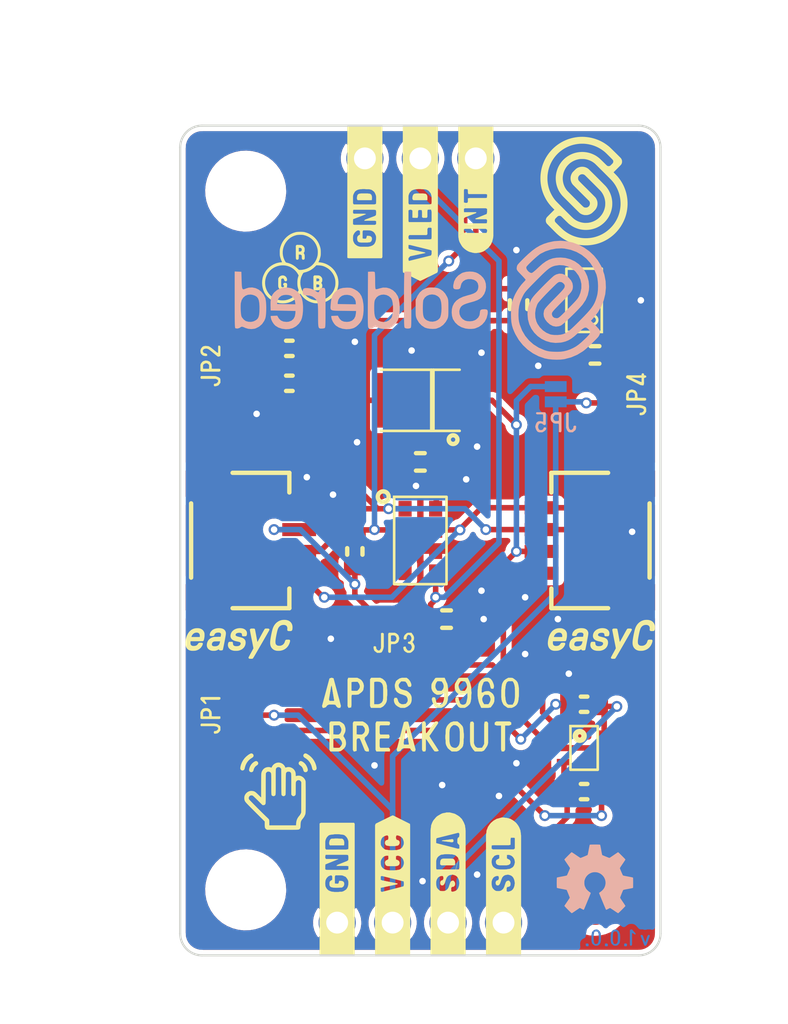
<source format=kicad_pcb>
(kicad_pcb (version 20210623) (generator pcbnew)
  (layers (0 "F.Cu" signal) (31 "B.Cu" signal) (34 "B.Paste" user) (35 "F.Paste" user) (36 "B.SilkS" user "B.Silkscreen") (37 "F.SilkS" user "F.Silkscreen") (38 "B.Mask" user) (39 "F.Mask" user) (44 "Edge.Cuts" user))
  (net 0 "")
  (net 1 "GND")
  (net 2 "3V3")
  (net 3 "V_LED")
  (net 4 "Net-(C4-Pad2)")
  (net 5 "SCL_PULL5")
  (net 6 "5V")
  (net 7 "SDA_PULL5")
  (net 8 "SCL_PULL3,3")
  (net 9 "SDA_PULL3,3")
  (net 10 "SCL3,3")
  (net 11 "SDA3,3")
  (net 12 "SDA5")
  (net 13 "SCL5")
  (net 14 "INT")
  (net 16 "Net-(U1-Pad3)")
  (footprint "Soldered Graphics:Logo-Front-easyC-5mm" (layer "F.Cu") (at 119.3 115.5)
    (fp_text reference "G***" hide)
    (fp_text value "LOGO" hide)
  )
  (footprint "e-radionica.com footprinti:HOLE_3.2mm" (layer "F.Cu") (at 103 127)
    (fp_text reference "H2" hide)
    (fp_text value "HOLE_3.2mm" hide)
    (pad "" np_thru_hole circle locked (at 0 0) (size 3.2 3.2) (drill 3.2) (layers F&B.Cu *.Mask))
  )
  (footprint "e-radionica.com footprinti:0603C" (layer "F.Cu") (at 112.2 114.6 180)
    (fp_text reference "C3")
    (fp_text value "1uF")
    (pad "1" smd rect locked (at -0.73 0 180) (size 0.66 1) (layers "F.Cu" "F.Paste" "F.Mask") (net 1 "GND"))
    (pad "2" smd rect locked (at 0.73 0 180) (size 0.66 1) (layers "F.Cu" "F.Paste" "F.Mask") (net 3 "V_LED"))
  )
  (footprint "e-radionica.com footprinti:SMD_JUMPER_3_PAD_TRACE" (layer "F.Cu") (at 102.5 103 90)
    (fp_text reference "JP2")
    (fp_text value "SMD_JUMPER_3_PAD_TRACE")
    (fp_poly (pts (xy 0.45 0.05) (xy 0.25 0.05) (xy 0.25 -0.05) (xy 0.45 -0.05)) (layer "F.Cu") (width 0.1) (fill solid))
    (fp_poly (pts (xy -0.25 0.05) (xy -0.45 0.05) (xy -0.45 -0.05) (xy -0.25 -0.05)) (layer "F.Cu") (width 0.1) (fill solid))
    (pad "1" smd rect (at -0.7 0 270) (size 0.5 1) (layers "F.Cu" "F.Mask") (net 8 "SCL_PULL3,3"))
    (pad "2" smd custom (at 0 0 270) (size 0.5 1) (layers "F.Cu" "F.Mask") (net 2 "3V3") (options (clearance outline) (anchor rect)) (primitives))
    (pad "3" smd rect (at 0.7 0 270) (size 0.5 1) (layers "F.Cu" "F.Mask") (net 9 "SDA_PULL3,3"))
  )
  (footprint "buzzardLabel" (layer "F.Cu") (at 109.8 115.7)
    (fp_text reference "" (at 0 0) (layer "F.SilkS") (effects (font (size 1.27 1.27))))
    (fp_text value "" (at 0 0) (layer "F.SilkS") (effects (font (size 1.27 1.27))))
  )
  (footprint "e-radionica.com footprinti:SMD_JUMPER_3_PAD_TRACE" (layer "F.Cu") (at 102.5 119 90)
    (fp_text reference "JP1")
    (fp_text value "SMD_JUMPER_3_PAD_TRACE")
    (fp_poly (pts (xy 0.45 0.05) (xy 0.25 0.05) (xy 0.25 -0.05) (xy 0.45 -0.05)) (layer "F.Cu") (width 0.1) (fill solid))
    (fp_poly (pts (xy -0.25 0.05) (xy -0.45 0.05) (xy -0.45 -0.05) (xy -0.25 -0.05)) (layer "F.Cu") (width 0.1) (fill solid))
    (pad "1" smd rect (at -0.7 0 270) (size 0.5 1) (layers "F.Cu" "F.Mask") (net 5 "SCL_PULL5"))
    (pad "2" smd custom (at 0 0 270) (size 0.5 1) (layers "F.Cu" "F.Mask") (net 6 "5V") (options (clearance outline) (anchor rect)) (primitives))
    (pad "3" smd rect (at 0.7 0 270) (size 0.5 1) (layers "F.Cu" "F.Mask") (net 7 "SDA_PULL5"))
  )
  (footprint "e-radionica.com footprinti:HEADER_MALE_4X1" (layer "F.Cu") (at 111 128.5)
    (fp_text reference "K2")
    (fp_text value "HEADER_MALE_4X1")
    (pad "1" thru_hole circle locked (at -3.81 0) (size 1.7 1.7) (drill 1) (layers *.Cu *.Mask) (net 1 "GND"))
    (pad "2" thru_hole circle locked (at -1.27 0) (size 1.7 1.7) (drill 1) (layers *.Cu *.Mask) (net 6 "5V"))
    (pad "3" thru_hole circle locked (at 1.27 0) (size 1.7 1.7) (drill 1) (layers *.Cu *.Mask) (net 12 "SDA5"))
    (pad "4" thru_hole circle locked (at 3.81 0) (size 1.7 1.7) (drill 1) (layers *.Cu *.Mask) (net 13 "SCL5"))
  )
  (footprint "e-radionica.com footprinti:FIDUCIAL_23" (layer "F.Cu") (at 119 127.5)
    (fp_text reference "FD1")
    (fp_text value "FIDUCIAL")
    (fp_circle (center 0 0) (end 1 0) (layer "F.Cu") (width 0.2) (fill none))
    (pad "1" smd circle (at 0 0) (size 1 1) (layers "F.Cu" "F.Paste" "F.Mask") (clearance 1.1))
  )
  (footprint "buzzardLabel" (layer "F.Cu") (at 108.46 91.6 90)
    (fp_text reference "" (at 0 0 90) (layer "F.SilkS") (effects (font (size 1.27 1.27))))
    (fp_text value "" (at 0 0 90) (layer "F.SilkS") (effects (font (size 1.27 1.27))))
  )
  (footprint "e-radionica.com footprinti:0603R" (layer "F.Cu") (at 118.5 118.5 180)
    (fp_text reference "R4")
    (fp_text value "10k")
    (pad "1" smd rect locked (at -0.775 0 270) (size 1 0.64) (layers "F.Cu" "F.Paste" "F.Mask") (net 12 "SDA5"))
    (pad "2" smd rect locked (at 0.775 0 270) (size 1 0.64) (layers "F.Cu" "F.Paste" "F.Mask") (net 7 "SDA_PULL5"))
  )
  (footprint "e-radionica.com footprinti:0603R" (layer "F.Cu") (at 105 102.2)
    (fp_text reference "R2")
    (fp_text value "10k")
    (pad "1" smd rect locked (at -0.775 0 90) (size 1 0.64) (layers "F.Cu" "F.Paste" "F.Mask") (net 9 "SDA_PULL3,3"))
    (pad "2" smd rect locked (at 0.775 0 90) (size 1 0.64) (layers "F.Cu" "F.Paste" "F.Mask") (net 11 "SDA3,3"))
  )
  (footprint "e-radionica.com footprinti:HEADER_MALE_3X1" (layer "F.Cu") (at 111 93.5)
    (fp_text reference "K4")
    (fp_text value "HEADER_MALE_3X1")
    (pad "1" thru_hole circle locked (at -2.54 0) (size 1.7 1.7) (drill 1) (layers *.Cu *.Mask) (net 1 "GND"))
    (pad "2" thru_hole circle locked (at 0 0) (size 1.7 1.7) (drill 1) (layers *.Cu *.Mask) (net 3 "V_LED"))
    (pad "3" thru_hole circle locked (at 2.54 0) (size 1.7 1.7) (drill 1) (layers *.Cu *.Mask) (net 14 "INT"))
  )
  (footprint "e-radionica.com footprinti:0603R" (layer "F.Cu") (at 118.5 122.5 180)
    (fp_text reference "R3")
    (fp_text value "10k")
    (pad "1" smd rect locked (at -0.775 0 270) (size 1 0.64) (layers "F.Cu" "F.Paste" "F.Mask") (net 5 "SCL_PULL5"))
    (pad "2" smd rect locked (at 0.775 0 270) (size 1 0.64) (layers "F.Cu" "F.Paste" "F.Mask") (net 13 "SCL5"))
  )
  (footprint "e-radionica.com footprinti:0603C" (layer "F.Cu") (at 111 107.4)
    (fp_text reference "C1")
    (fp_text value "1uF")
    (pad "1" smd rect locked (at -0.73 0) (size 0.66 1) (layers "F.Cu" "F.Paste" "F.Mask") (net 1 "GND"))
    (pad "2" smd rect locked (at 0.73 0) (size 0.66 1) (layers "F.Cu" "F.Paste" "F.Mask") (net 2 "3V3"))
  )
  (footprint "buzzardLabel" (layer "F.Cu") (at 109.73 130.4 90)
    (fp_text reference "" (at 0 0 90) (layer "F.SilkS") (effects (font (size 1.27 1.27))))
    (fp_text value "" (at 0 0 90) (layer "F.SilkS") (effects (font (size 1.27 1.27))))
  )
  (footprint "Soldered Graphics:Symbol-Front-RGB-sensor" (layer "F.Cu") (at 105.5 98.5)
    (fp_text reference "G***" hide)
    (fp_text value "LOGO" hide)
  )
  (footprint "buzzardLabel" (layer "F.Cu") (at 111 118)
    (fp_text reference "" (at 0 0) (layer "F.SilkS") (effects (font (size 1.27 1.27))))
    (fp_text value "" (at 0 0) (layer "F.SilkS") (effects (font (size 1.27 1.27))))
  )
  (footprint "e-radionica.com footprinti:easyC-connector" (layer "F.Cu") (at 118.7 111 -90)
    (fp_text reference "K3")
    (fp_text value "easyC-SMD")
    (pad "1" smd rect locked (at -1.5 2.15 270) (size 0.6 1.55) (layers "F.Cu" "F.Paste" "F.Mask") (net 10 "SCL3,3"))
    (pad "2" smd rect locked (at -0.5 2.15 270) (size 0.6 1.55) (layers "F.Cu" "F.Paste" "F.Mask") (net 11 "SDA3,3"))
    (pad "3" smd rect locked (at 0.5 2.15 270) (size 0.6 1.55) (layers "F.Cu" "F.Paste" "F.Mask") (net 2 "3V3"))
    (pad "4" smd rect locked (at 1.5 2.15 270) (size 0.6 1.55) (layers "F.Cu" "F.Paste" "F.Mask") (net 1 "GND"))
    (pad "5" smd rect locked (at -2.6 -2.15 270) (size 1.2 1.8) (layers "F.Cu" "F.Paste" "F.Mask") (net 1 "GND"))
    (pad "5" smd rect locked (at 2.6 -2.15 270) (size 1.2 1.8) (layers "F.Cu" "F.Paste" "F.Mask") (net 1 "GND"))
  )
  (footprint "Soldered Graphics:Logo-Front-easyC-5mm" (layer "F.Cu") (at 102.7 115.5)
    (fp_text reference "G***" hide)
    (fp_text value "LOGO" hide)
  )
  (footprint "e-radionica.com footprinti:SOT-363" (layer "F.Cu") (at 118.5 120.5)
    (fp_text reference "U2")
    (fp_text value "NMOS-DUAL")
    (pad "1" smd rect (at -0.92 -0.65 90) (size 0.3 0.66) (layers "F.Cu" "F.Paste" "F.Mask") (net 11 "SDA3,3"))
    (pad "2" smd rect (at -0.92 0 90) (size 0.3 0.66) (layers "F.Cu" "F.Paste" "F.Mask") (net 2 "3V3"))
    (pad "3" smd rect (at -0.92 0.65 90) (size 0.3 0.66) (layers "F.Cu" "F.Paste" "F.Mask") (net 13 "SCL5"))
    (pad "4" smd rect (at 0.92 0.65 90) (size 0.3 0.66) (layers "F.Cu" "F.Paste" "F.Mask") (net 10 "SCL3,3"))
    (pad "5" smd rect (at 0.92 0 90) (size 0.3 0.66) (layers "F.Cu" "F.Paste" "F.Mask") (net 2 "3V3"))
    (pad "6" smd rect (at 0.92 -0.65 90) (size 0.3 0.66) (layers "F.Cu" "F.Paste" "F.Mask") (net 12 "SDA5"))
  )
  (footprint "e-radionica.com footprinti:HOLE_3.2mm" (layer "F.Cu") (at 103 95)
    (fp_text reference "H1" hide)
    (fp_text value "HOLE_3.2mm" hide)
    (pad "" np_thru_hole circle locked (at 0 0) (size 3.2 3.2) (drill 3.2) (layers F&B.Cu *.Mask))
  )
  (footprint "e-radionica.com footprinti:0603C" (layer "F.Cu") (at 115.5 100.2 -90)
    (fp_text reference "C5")
    (fp_text value "2.2uF")
    (pad "1" smd rect locked (at -0.73 0 270) (size 0.66 1) (layers "F.Cu" "F.Paste" "F.Mask") (net 1 "GND"))
    (pad "2" smd rect locked (at 0.73 0 270) (size 0.66 1) (layers "F.Cu" "F.Paste" "F.Mask") (net 2 "3V3"))
  )
  (footprint "Soldered Graphics:Logo-Back-SolderedFULL-17mm" (layer "F.Cu") (at 111 100)
    (fp_text reference "REF**" hide)
    (fp_text value "Logo-Front-SolderedFULL-17mm" hide)
  )
  (footprint "buzzardLabel" (layer "F.Cu") (at 113.54 91.6 90)
    (fp_text reference "" (at 0 0 90) (layer "F.SilkS") (effects (font (size 1.27 1.27))))
    (fp_text value "" (at 0 0 90) (layer "F.SilkS") (effects (font (size 1.27 1.27))))
  )
  (footprint "Soldered Graphics:Logo-Front-Soldered-5mm" (layer "F.Cu") (at 118.5 95)
    (fp_text reference "G***" hide)
    (fp_text value "LOGO" hide)
  )
  (footprint "buzzardLabel" (layer "F.Cu") (at 107.19 130.4 90)
    (fp_text reference "" (at 0 0 90) (layer "F.SilkS") (effects (font (size 1.27 1.27))))
    (fp_text value "" (at 0 0 90) (layer "F.SilkS") (effects (font (size 1.27 1.27))))
  )
  (footprint "e-radionica.com footprinti:1210C_tantal" (layer "F.Cu") (at 111 104.58 180)
    (fp_text reference "C2")
    (fp_text value "68uF")
    (pad "1" smd rect (at -1.4 0 180) (size 1.3 2.5) (layers "F.Cu" "F.Paste" "F.Mask") (net 2 "3V3"))
    (pad "2" smd rect (at 1.4 0 180) (size 1.3 2.5) (layers "F.Cu" "F.Paste" "F.Mask") (net 1 "GND"))
  )
  (footprint "e-radionica.com footprinti:APDS-9960" (layer "F.Cu") (at 111 111)
    (fp_text reference "U1")
    (fp_text value "APDS-9960")
    (pad "1" smd rect (at -0.7 -1.455) (size 0.6 0.72) (layers "F.Cu" "F.Paste" "F.Mask") (net 11 "SDA3,3"))
    (pad "2" smd rect (at -0.7 -0.485) (size 0.6 0.72) (layers "F.Cu" "F.Paste" "F.Mask") (net 14 "INT"))
    (pad "3" smd rect (at -0.7 0.485) (size 0.6 0.72) (layers "F.Cu" "F.Paste" "F.Mask") (net 16 "Net-(U1-Pad3)"))
    (pad "4" smd rect (at -0.7 1.455) (size 0.6 0.72) (layers "F.Cu" "F.Paste" "F.Mask") (net 16 "Net-(U1-Pad3)"))
    (pad "5" smd rect (at 0.7 1.455) (size 0.6 0.72) (layers "F.Cu" "F.Paste" "F.Mask") (net 3 "V_LED"))
    (pad "6" smd rect (at 0.7 0.485) (size 0.6 0.72) (layers "F.Cu" "F.Paste" "F.Mask") (net 1 "GND"))
    (pad "7" smd rect (at 0.7 -0.485) (size 0.6 0.72) (layers "F.Cu" "F.Paste" "F.Mask") (net 10 "SCL3,3"))
    (pad "8" smd rect (at 0.7 -1.455) (size 0.6 0.72) (layers "F.Cu" "F.Paste" "F.Mask") (net 2 "3V3"))
  )
  (footprint "buzzardLabel" (layer "F.Cu") (at 120.9 104.3 90)
    (fp_text reference "" (at 0 0 90) (layer "F.SilkS") (effects (font (size 1.27 1.27))))
    (fp_text value "" (at 0 0 90) (layer "F.SilkS") (effects (font (size 1.27 1.27))))
  )
  (footprint "e-radionica.com footprinti:SMD-JUMPER-CONNECTED_TRACE_SLODERMASK" (layer "F.Cu") (at 119.7 104.3 -90)
    (fp_text reference "JP4")
    (fp_text value "SMD-JUMPER-CONNECTED_TRACE_SLODERMASK")
    (fp_poly (pts (xy 0.1 0.1) (xy -0.1 0.1) (xy -0.1 -0.1) (xy 0.1 -0.1)) (layer "F.Cu") (width 0.1) (fill solid))
    (pad "1" smd rect (at -0.35 0 270) (size 0.5 1) (layers "F.Cu" "F.Mask") (net 4 "Net-(C4-Pad2)"))
    (pad "2" smd rect (at 0.35 0 270) (size 0.5 1) (layers "F.Cu" "F.Mask") (net 6 "5V"))
  )
  (footprint "buzzardLabel" (layer "F.Cu") (at 111 91.6 90)
    (fp_text reference "" (at 0 0 90) (layer "F.SilkS") (effects (font (size 1.27 1.27))))
    (fp_text value "" (at 0 0 90) (layer "F.SilkS") (effects (font (size 1.27 1.27))))
  )
  (footprint "buzzardLabel" (layer "F.Cu") (at 114.81 130.4 90)
    (fp_text reference "" (at 0 0 90) (layer "F.SilkS") (effects (font (size 1.27 1.27))))
    (fp_text value "" (at 0 0 90) (layer "F.SilkS") (effects (font (size 1.27 1.27))))
  )
  (footprint "buzzardLabel" (layer "F.Cu") (at 101.4 103 90)
    (fp_text reference "" (at 0 0 90) (layer "F.SilkS") (effects (font (size 1.27 1.27))))
    (fp_text value "" (at 0 0 90) (layer "F.SilkS") (effects (font (size 1.27 1.27))))
  )
  (footprint "Soldered Graphics:Logo-Back-OSH-3.5mm" (layer "F.Cu") (at 119 126.5)
    (fp_text reference "G***" hide)
    (fp_text value "LOGO" hide)
  )
  (footprint "e-radionica.com footprinti:SMD-JUMPER-CONNECTED_TRACE_SLODERMASK" (layer "F.Cu") (at 109.8 114.6)
    (fp_text reference "JP3")
    (fp_text value "SMD-JUMPER-CONNECTED_TRACE_SLODERMASK")
    (fp_poly (pts (xy 0.1 0.1) (xy -0.1 0.1) (xy -0.1 -0.1) (xy 0.1 -0.1)) (layer "F.Cu") (width 0.1) (fill solid))
    (pad "1" smd rect (at -0.35 0) (size 0.5 1) (layers "F.Cu" "F.Mask") (net 2 "3V3"))
    (pad "2" smd rect (at 0.35 0) (size 0.5 1) (layers "F.Cu" "F.Mask") (net 3 "V_LED"))
  )
  (footprint "e-radionica.com footprinti:0603R" (layer "F.Cu") (at 105 103.8 180)
    (fp_text reference "R5")
    (fp_text value "10k")
    (pad "1" smd rect locked (at -0.775 0 270) (size 1 0.64) (layers "F.Cu" "F.Paste" "F.Mask") (net 10 "SCL3,3"))
    (pad "2" smd rect locked (at 0.775 0 270) (size 1 0.64) (layers "F.Cu" "F.Paste" "F.Mask") (net 8 "SCL_PULL3,3"))
  )
  (footprint "e-radionica.com footprinti:easyC-connector" (layer "F.Cu") (at 103.3 111 90)
    (fp_text reference "K1")
    (fp_text value "easyC-SMD")
    (pad "1" smd rect locked (at -1.5 2.15 90) (size 0.6 1.55) (layers "F.Cu" "F.Paste" "F.Mask") (net 10 "SCL3,3"))
    (pad "2" smd rect locked (at -0.5 2.15 90) (size 0.6 1.55) (layers "F.Cu" "F.Paste" "F.Mask") (net 11 "SDA3,3"))
    (pad "3" smd rect locked (at 0.5 2.15 90) (size 0.6 1.55) (layers "F.Cu" "F.Paste" "F.Mask") (net 2 "3V3"))
    (pad "4" smd rect locked (at 1.5 2.15 90) (size 0.6 1.55) (layers "F.Cu" "F.Paste" "F.Mask") (net 1 "GND"))
    (pad "5" smd rect locked (at -2.6 -2.15 90) (size 1.2 1.8) (layers "F.Cu" "F.Paste" "F.Mask") (net 1 "GND"))
    (pad "5" smd rect locked (at 2.6 -2.15 90) (size 1.2 1.8) (layers "F.Cu" "F.Paste" "F.Mask") (net 1 "GND"))
  )
  (footprint "buzzardLabel" (layer "F.Cu") (at 111 120)
    (fp_text reference "" (at 0 0) (layer "F.SilkS") (effects (font (size 1.27 1.27))))
    (fp_text value "" (at 0 0) (layer "F.SilkS") (effects (font (size 1.27 1.27))))
  )
  (footprint "buzzardLabel" (layer "F.Cu") (at 112.27 130.4 90)
    (fp_text reference "" (at 0 0 90) (layer "F.SilkS") (effects (font (size 1.27 1.27))))
    (fp_text value "" (at 0 0 90) (layer "F.SilkS") (effects (font (size 1.27 1.27))))
  )
  (footprint "e-radionica.com footprinti:0603R" (layer "F.Cu") (at 108 111.5 -90)
    (fp_text reference "R1")
    (fp_text value "10k")
    (pad "1" smd rect locked (at -0.775 0) (size 1 0.64) (layers "F.Cu" "F.Paste" "F.Mask") (net 14 "INT"))
    (pad "2" smd rect locked (at 0.775 0) (size 1 0.64) (layers "F.Cu" "F.Paste" "F.Mask") (net 2 "3V3"))
  )
  (footprint "Soldered Graphics:Symbol-Front-Gesture" (layer "F.Cu") (at 104.5 122.5)
    (fp_text reference "G***" hide)
    (fp_text value "LOGO" hide)
  )
  (footprint "e-radionica.com footprinti:SOT-23-5" (layer "F.Cu") (at 118.5 100 180)
    (fp_text reference "U3")
    (fp_text value "SE5218")
    (pad "1" smd rect (at -1.3 -0.95 180) (size 1.1 0.6) (layers "F.Cu" "F.Paste" "F.Mask") (net 4 "Net-(C4-Pad2)"))
    (pad "2" smd rect (at -1.3 0 180) (size 1.1 0.6) (layers "F.Cu" "F.Paste" "F.Mask") (net 1 "GND"))
    (pad "3" smd rect (at -1.3 0.95 180) (size 1.1 0.6) (layers "F.Cu" "F.Paste" "F.Mask") (net 4 "Net-(C4-Pad2)"))
    (pad "4" smd rect (at 1.3 0.95 180) (size 1.1 0.6) (layers "F.Cu" "F.Paste" "F.Mask"))
    (pad "5" smd rect (at 1.3 -0.95 180) (size 1.1 0.6) (layers "F.Cu" "F.Paste" "F.Mask") (net 2 "3V3"))
  )
  (footprint "buzzardLabel" (layer "F.Cu") (at 101.4 119 90)
    (fp_text reference "" (at 0 0 90) (layer "F.SilkS") (effects (font (size 1.27 1.27))))
    (fp_text value "" (at 0 0 90) (layer "F.SilkS") (effects (font (size 1.27 1.27))))
  )
  (footprint "e-radionica.com footprinti:0603C" (layer "F.Cu") (at 119 102.5)
    (fp_text reference "C4")
    (fp_text value "2.2uF")
    (pad "1" smd rect locked (at -0.73 0) (size 0.66 1) (layers "F.Cu" "F.Paste" "F.Mask") (net 1 "GND"))
    (pad "2" smd rect locked (at 0.73 0) (size 0.66 1) (layers "F.Cu" "F.Paste" "F.Mask") (net 4 "Net-(C4-Pad2)"))
  )
  (footprint "e-radionica.com footprinti:SMD_JUMPER" (layer "B.Cu") (at 117.2 104.3 90)
    (fp_text reference "JP5")
    (fp_text value "SMD_JUMPER")
    (pad "1" smd rect (at -0.35 0 90) (size 0.5 1) (layers "B.Cu" "B.Mask") (net 6 "5V"))
    (pad "2" smd rect (at 0.35 0 90) (size 0.5 1) (layers "B.Cu" "B.Mask") (net 2 "3V3"))
  )
  (footprint "Soldered Graphics:Version1.0.0." (layer "B.Cu") (at 120 129.2 180)
    (fp_text reference "Ref**" hide)
    (fp_text value "Val**" hide)
    (fp_poly (pts (xy -0.67 -0.35) (xy -0.62 -0.35) (xy -0.6 -0.31) (xy -0.6 0.35) (xy -0.64 0.38) (xy -0.69 0.38) (xy -0.73 0.34) (xy -0.84 0.22) (xy -0.86 0.17) (xy -0.83 0.16) (xy -0.73 0.22) (xy -0.69 0.23) (xy -0.69 -0.31) (xy -0.67 -0.35)) (layer "B.Cu") (width 0.01) (fill solid))
    (fp_poly (pts (xy -1.33 -0.35) (xy -1.27 -0.35) (xy -1.25 -0.31) (xy -1.09 0.1) (xy -1.11 0.13) (xy -1.16 0.13) (xy -1.19 0.1) (xy -1.28 -0.16) (xy -1.3 -0.21) (xy -1.32 -0.17) (xy -1.41 0.09) (xy -1.44 0.13) (xy -1.49 0.13) (xy -1.51 0.1) (xy -1.36 -0.31) (xy -1.33 -0.35)) (layer "B.Cu") (width 0.01) (fill solid))
    (fp_poly (pts (xy 0.06 -0.35) (xy 0.11 -0.35) (xy 0.17 -0.33) (xy 0.13 -0.28) (xy 0.03 -0.28) (xy -0.01 -0.25) (xy -0.03 -0.2) (xy -0.05 -0.15) (xy -0.05 -0.11) (xy -0.05 0.01) (xy -0.05 0.13) (xy -0.05 0.17) (xy -0.03 0.22) (xy -0.01 0.27) (xy 0.02 0.3) (xy 0.13 0.3) (xy 0.16 0.26) (xy 0.18 0.21) (xy 0.18 0.15) (xy 0.19 0.05) (xy 0.19 -0.08) (xy 0.19 -0.12) (xy 0.18 -0.17) (xy 0.16 -0.22) (xy 0.14 -0.27) (xy 0.14 -0.28) (xy 0.17 -0.32) (xy 0.21 -0.29) (xy 0.24 -0.26) (xy 0.26 -0.22) (xy 0.27 -0.16) (xy 0.28 -0.11) (xy 0.28 -0.06) (xy 0.28 0.06) (xy 0.28 0.12) (xy 0.27 0.17) (xy 0.26 0.22) (xy 0.25 0.27) (xy 0.22 0.3) (xy 0.19 0.34) (xy 0.13 0.37) (xy 0.08 0.38) (xy 0.02 0.38) (xy -0.03 0.35) (xy -0.08 0.31) (xy -0.1 0.28) (xy -0.12 0.23) (xy -0.14 0.18) (xy -0.14 0.13) (xy -0.15 0.08) (xy -0.15 -0.04) (xy -0.14 -0.1) (xy -0.14 -0.14) (xy -0.13 -0.2) (xy -0.11 -0.25) (xy -0.08 -0.28) (xy -0.05 -0.32) (xy 0.01 -0.35) (xy 0.06 -0.35)) (layer "B.Cu") (width 0.01) (fill solid))
    (fp_poly (pts (xy -0.44 -0.38) (xy -0.39 -0.38) (xy -0.34 -0.37) (xy -0.34 -0.33) (xy -0.34 -0.27) (xy -0.38 -0.26) (xy -0.43 -0.26) (xy -0.46 -0.29) (xy -0.46 -0.34) (xy -0.44 -0.38)) (layer "B.Cu") (width 0.01) (fill solid))
    (fp_poly (pts (xy 0.43 -0.38) (xy 0.48 -0.38) (xy 0.54 -0.37) (xy 0.54 -0.33) (xy 0.54 -0.27) (xy 0.5 -0.26) (xy 0.45 -0.26) (xy 0.42 -0.29) (xy 0.42 -0.34) (xy 0.43 -0.38)) (layer "B.Cu") (width 0.01) (fill solid))
    (fp_poly (pts (xy 0.93 -0.35) (xy 0.99 -0.35) (xy 1.04 -0.33) (xy 1.01 -0.28) (xy 0.91 -0.28) (xy 0.87 -0.25) (xy 0.85 -0.2) (xy 0.83 -0.15) (xy 0.83 -0.11) (xy 0.82 0.01) (xy 0.83 0.13) (xy 0.83 0.17) (xy 0.84 0.22) (xy 0.87 0.27) (xy 0.9 0.3) (xy 1.01 0.3) (xy 1.04 0.26) (xy 1.05 0.21) (xy 1.06 0.15) (xy 1.07 0.05) (xy 1.07 -0.08) (xy 1.06 -0.12) (xy 1.06 -0.17) (xy 1.04 -0.22) (xy 1.02 -0.27) (xy 1.01 -0.28) (xy 1.05 -0.32) (xy 1.09 -0.29) (xy 1.12 -0.26) (xy 1.14 -0.22) (xy 1.15 -0.16) (xy 1.16 -0.11) (xy 1.16 -0.06) (xy 1.16 0.06) (xy 1.16 0.12) (xy 1.15 0.17) (xy 1.14 0.22) (xy 1.13 0.27) (xy 1.1 0.3) (xy 1.06 0.34) (xy 1.01 0.37) (xy 0.95 0.38) (xy 0.9 0.38) (xy 0.84 0.35) (xy 0.8 0.31) (xy 0.78 0.28) (xy 0.75 0.23) (xy 0.74 0.18) (xy 0.74 0.13) (xy 0.73 0.08) (xy 0.73 -0.04) (xy 0.73 -0.1) (xy 0.74 -0.14) (xy 0.75 -0.2) (xy 0.77 -0.25) (xy 0.79 -0.28) (xy 0.83 -0.32) (xy 0.89 -0.35) (xy 0.93 -0.35)) (layer "B.Cu") (width 0.01) (fill solid))
    (fp_poly (pts (xy 1.31 -0.38) (xy 1.36 -0.38) (xy 1.41 -0.37) (xy 1.42 -0.33) (xy 1.42 -0.27) (xy 1.38 -0.26) (xy 1.33 -0.26) (xy 1.3 -0.29) (xy 1.3 -0.34) (xy 1.31 -0.38)) (layer "B.Cu") (width 0.01) (fill solid))
  )
  (footprint "buzzardLabel" (layer "B.Cu") (at 117.2 105.6 180)
    (fp_text reference "" (at 0 0) (layer "B.SilkS") (effects (font (size 1.27 1.27)) (justify mirror)))
    (fp_text value "" (at 0 0) (layer "B.SilkS") (effects (font (size 1.27 1.27)) (justify mirror)))
  )
  (gr_line (start 122 93) (end 122 129) (layer "Edge.Cuts") (width 0.1))
  (gr_line (start 101 92) (end 121 92) (layer "Edge.Cuts") (width 0.1))
  (gr_arc (start 100.999997 93) (end 101 92) (angle -90) (layer "Edge.Cuts") (width 0.1))
  (gr_arc (start 121 92.999997) (end 121 92) (angle 90) (layer "Edge.Cuts") (width 0.1))
  (gr_line (start 121 130) (end 101 130) (layer "Edge.Cuts") (width 0.1))
  (gr_arc (start 121 129) (end 121 130) (angle -90) (layer "Edge.Cuts") (width 0.1))
  (gr_arc (start 101 129) (end 101 130) (angle 90) (layer "Edge.Cuts") (width 0.1))
  (gr_line (start 100 129) (end 100 93) (layer "Edge.Cuts") (width 0.1))
  (via (at 113.6 126.3) (size 0.5) (drill 0.3) (layers "F.Cu" "B.Cu") (net 1))
  (via (at 113.8 113.3) (size 0.5) (drill 0.3) (layers "F.Cu" "B.Cu") (net 1))
  (via (at 105.8 108.1) (size 0.5) (drill 0.3) (layers "F.Cu" "B.Cu") (net 1))
  (via (at 113.9 114.6) (size 0.5) (drill 0.3) (layers "F.Cu" "B.Cu") (net 1))
  (via (at 113.8 102.4) (size 0.5) (drill 0.3) (layers "F.Cu" "B.Cu") (net 1))
  (via (at 108.9 121.3) (size 0.5) (drill 0.3) (layers "F.Cu" "B.Cu") (net 1))
  (via (at 121.1 100) (size 0.5) (drill 0.3) (layers "F.Cu" "B.Cu") (net 1))
  (via (at 111.1 126.6) (size 0.5) (drill 0.3) (layers "F.Cu" "B.Cu") (net 1))
  (via (at 113.6 106.7) (size 0.5) (drill 0.3) (layers "F.Cu" "B.Cu") (net 1))
  (via (at 112 122.2) (size 0.5) (drill 0.3) (layers "F.Cu" "B.Cu") (net 1))
  (via (at 110.8 108.5) (size 0.5) (drill 0.3) (layers "F.Cu" "B.Cu") (net 1))
  (via (at 114.6 122.7) (size 0.5) (drill 0.3) (layers "F.Cu" "B.Cu") (net 1))
  (via (at 115.4 97.7) (size 0.5) (drill 0.3) (layers "F.Cu" "B.Cu") (net 1))
  (via (at 117.8 117.1) (size 0.5) (drill 0.3) (layers "F.Cu" "B.Cu") (net 1))
  (via (at 108 101.9) (size 0.5) (drill 0.3) (layers "F.Cu" "B.Cu") (net 1))
  (via (at 115.4 121.2) (size 0.5) (drill 0.3) (layers "F.Cu" "B.Cu") (net 1))
  (via (at 103.5 105.2) (size 0.5) (drill 0.3) (layers "F.Cu" "B.Cu") (net 1))
  (via (at 115.8 113.6) (size 0.5) (drill 0.3) (layers "F.Cu" "B.Cu") (net 1))
  (via (at 108.1 106.5) (size 0.5) (drill 0.3) (layers "F.Cu" "B.Cu") (net 1))
  (via (at 106.9 115.5) (size 0.5) (drill 0.3) (layers "F.Cu" "B.Cu") (net 1))
  (via (at 120.7 110.6) (size 0.5) (drill 0.3) (layers "F.Cu" "B.Cu") (net 1))
  (via (at 113.1 108.2) (size 0.5) (drill 0.3) (layers "F.Cu" "B.Cu") (net 1))
  (via (at 115.8 116.2) (size 0.5) (drill 0.3) (layers "F.Cu" "B.Cu") (net 1))
  (via (at 117.3 114.6) (size 0.5) (drill 0.3) (layers "F.Cu" "B.Cu") (net 1))
  (via (at 116.4 103) (size 0.5) (drill 0.3) (layers "F.Cu" "B.Cu") (net 1))
  (via (at 110.6 102.3) (size 0.5) (drill 0.3) (layers "F.Cu" "B.Cu") (net 1))
  (via (at 107 108.9) (size 0.5) (drill 0.3) (layers "F.Cu" "B.Cu") (net 1))
  (segment (start 114.3 116.7) (end 114.8 117.2) (width 0.254) (layer "F.Cu") (net 2))
  (segment (start 108 113) (end 108 112.275) (width 0.254) (layer "F.Cu") (net 2))
  (segment (start 101.2 101.6) (end 101.2 102.6) (width 0.254) (layer "F.Cu") (net 2))
  (segment (start 112.4 106.73) (end 111.73 107.4) (width 0.254) (layer "F.Cu") (net 2))
  (segment (start 115.4 105.7) (end 114.28 104.58) (width 0.254) (layer "F.Cu") (net 2))
  (segment (start 114.8 112.1) (end 115.4 111.5) (width 0.254) (layer "F.Cu") (net 2))
  (segment (start 117 120.5) (end 117.58 120.5) (width 0.254) (layer "F.Cu") (net 2))
  (segment (start 114.8 117.2) (end 114.8 112.1) (width 0.254) (layer "F.Cu") (net 2))
  (segment (start 114.37 100.93) (end 114.17 100.93) (width 0.254) (layer "F.Cu") (net 2))
  (segment (start 114.37 100.93) (end 101.87 100.93) (width 0.254) (layer "F.Cu") (net 2))
  (segment (start 114.28 104.58) (end 112.4 104.58) (width 0.254) (layer "F.Cu") (net 2))
  (segment (start 112.4 102.7) (end 112.4 104.58) (width 0.254) (layer "F.Cu") (net 2))
  (segment (start 114.8 118.3) (end 114.8 117.2) (width 0.254) (layer "F.Cu") (net 2))
  (segment (start 109.1 114.6) (end 108 113.5) (width 0.254) (layer "F.Cu") (net 2))
  (segment (start 101.2 102.6) (end 101.6 103) (width 0.254) (layer "F.Cu") (net 2))
  (segment (start 108 113.5) (end 108 113) (width 0.254) (layer "F.Cu") (net 2))
  (segment (start 109.45 114.6) (end 109.1 114.6) (width 0.254) (layer "F.Cu") (net 2))
  (segment (start 114.17 100.93) (end 112.4 102.7) (width 0.254) (layer "F.Cu") (net 2))
  (segment (start 105.45 110.5) (end 104.3 110.5) (width 0.254) (layer "F.Cu") (net 2))
  (segment (start 115.5 100.93) (end 114.37 100.93) (width 0.254) (layer "F.Cu") (net 2))
  (segment (start 101.6 103) (end 102.5 103) (width 0.254) (layer "F.Cu") (net 2))
  (segment (start 115.4 111.5) (end 116.55 111.5) (width 0.254) (layer "F.Cu") (net 2))
  (segment (start 119.42 120.5) (end 117.58 120.5) (width 0.254) (layer "F.Cu") (net 2))
  (segment (start 117.2 100.95) (end 115.52 100.95) (width 0.254) (layer "F.Cu") (net 2))
  (segment (start 111.73 107.4) (end 111.73 109.515) (width 0.254) (layer "F.Cu") (net 2))
  (segment (start 111.73 109.515) (end 111.7 109.545) (width 0.254) (layer "F.Cu") (net 2))
  (segment (start 109.45 115.85) (end 110.3 116.7) (width 0.254) (layer "F.Cu") (net 2))
  (segment (start 109.45 114.6) (end 109.45 115.85) (width 0.254) (layer "F.Cu") (net 2))
  (segment (start 101.87 100.93) (end 101.2 101.6) (width 0.254) (layer "F.Cu") (net 2))
  (segment (start 110.3 116.7) (end 114.3 116.7) (width 0.254) (layer "F.Cu") (net 2))
  (segment (start 115.52 100.95) (end 115.5 100.93) (width 0.254) (layer "F.Cu") (net 2))
  (segment (start 114.8 118.3) (end 117 120.5) (width 0.254) (layer "F.Cu") (net 2))
  (segment (start 112.4 104.58) (end 112.4 106.73) (width 0.254) (layer "F.Cu") (net 2))
  (via (at 104.3 110.5) (size 0.5) (drill 0.3) (layers "F.Cu" "B.Cu") (net 2))
  (via (at 115.4 105.7) (size 0.5) (drill 0.3) (layers "F.Cu" "B.Cu") (net 2))
  (via (at 108 113) (size 0.5) (drill 0.3) (layers "F.Cu" "B.Cu") (net 2))
  (via (at 115.4 111.5) (size 0.5) (drill 0.3) (layers "F.Cu" "B.Cu") (net 2))
  (segment (start 105.5 110.5) (end 108 113) (width 0.254) (layer "B.Cu") (net 2))
  (segment (start 104.3 110.5) (end 105.5 110.5) (width 0.254) (layer "B.Cu") (net 2))
  (segment (start 116.05 103.95) (end 117.2 103.95) (width 0.254) (layer "B.Cu") (net 2))
  (segment (start 115.4 104.6) (end 116.05 103.95) (width 0.254) (layer "B.Cu") (net 2))
  (segment (start 115.4 105.7) (end 115.4 104.6) (width 0.254) (layer "B.Cu") (net 2))
  (segment (start 115.4 105.7) (end 115.4 111.5) (width 0.254) (layer "B.Cu") (net 2))
  (segment (start 110.15 114.6) (end 111.47 114.6) (width 0.254) (layer "F.Cu") (net 3))
  (segment (start 111.7 112.455) (end 111.7 113.7) (width 0.254) (layer "F.Cu") (net 3))
  (segment (start 111.47 113.93) (end 111.47 114.6) (width 0.254) (layer "F.Cu") (net 3))
  (segment (start 111.7 113.7) (end 111.47 113.93) (width 0.254) (layer "F.Cu") (net 3))
  (via (at 111.7 113.6) (size 0.5) (drill 0.3) (layers "F.Cu" "B.Cu") (net 3))
  (segment (start 111 94.6) (end 111 93.5) (width 0.254) (layer "B.Cu") (net 3))
  (segment (start 114.6 98.2) (end 111 94.6) (width 0.254) (layer "B.Cu") (net 3))
  (segment (start 114.6 111.1) (end 114.6 98.2) (width 0.254) (layer "B.Cu") (net 3))
  (segment (start 112.1 113.6) (end 114.6 111.1) (width 0.254) (layer "B.Cu") (net 3))
  (segment (start 111.7 113.6) (end 112.1 113.6) (width 0.254) (layer "B.Cu") (net 3))
  (segment (start 119.7 103.95) (end 119.7 102.53) (width 0.254) (layer "F.Cu") (net 4))
  (segment (start 119.8 100.95) (end 119.048489 100.95) (width 0.254) (layer "F.Cu") (net 4))
  (segment (start 118.7 99.3) (end 118.95 99.05) (width 0.254) (layer "F.Cu") (net 4))
  (segment (start 118.7 100.601511) (end 118.7 99.3) (width 0.254) (layer "F.Cu") (net 4))
  (segment (start 118.95 99.05) (end 119.8 99.05) (width 0.254) (layer "F.Cu") (net 4))
  (segment (start 119.8 102.43) (end 119.73 102.5) (width 0.254) (layer "F.Cu") (net 4))
  (segment (start 119.8 100.95) (end 119.8 102.43) (width 0.254) (layer "F.Cu") (net 4))
  (segment (start 119.7 102.53) (end 119.73 102.5) (width 0.254) (layer "F.Cu") (net 4))
  (segment (start 119.048489 100.95) (end 118.7 100.601511) (width 0.254) (layer "F.Cu") (net 4))
  (segment (start 116.7 123.6) (end 112.8 119.7) (width 0.254) (layer "F.Cu") (net 5))
  (segment (start 112.8 119.7) (end 102.5 119.7) (width 0.254) (layer "F.Cu") (net 5))
  (segment (start 119.3 123.6) (end 119.3 122.525) (width 0.254) (layer "F.Cu") (net 5))
  (segment (start 119.3 122.525) (end 119.275 122.5) (width 0.254) (layer "F.Cu") (net 5))
  (via (at 119.3 123.6) (size 0.5) (drill 0.3) (layers "F.Cu" "B.Cu") (net 5))
  (via (at 116.7 123.6) (size 0.5) (drill 0.3) (layers "F.Cu" "B.Cu") (net 5))
  (segment (start 116.7 123.6) (end 119.3 123.6) (width 0.254) (layer "B.Cu") (net 5))
  (segment (start 119.65 104.7) (end 119.7 104.65) (width 0.254) (layer "F.Cu") (net 6))
  (segment (start 104.3 119) (end 102.5 119) (width 0.254) (layer "F.Cu") (net 6))
  (segment (start 118.6 104.7) (end 119.65 104.7) (width 0.254) (layer "F.Cu") (net 6))
  (via (at 118.6 104.7) (size 0.5) (drill 0.3) (layers "F.Cu" "B.Cu") (net 6))
  (via (at 104.3 119) (size 0.5) (drill 0.3) (layers "F.Cu" "B.Cu") (net 6))
  (segment (start 109.73 123.33) (end 109.73 120.87) (width 0.254) (layer "B.Cu") (net 6))
  (segment (start 105.4 119) (end 109.73 123.33) (width 0.254) (layer "B.Cu") (net 6))
  (segment (start 104.3 119) (end 105.4 119) (width 0.254) (layer "B.Cu") (net 6))
  (segment (start 109.73 120.87) (end 117.2 113.4) (width 0.254) (layer "B.Cu") (net 6))
  (segment (start 117.2 113.4) (end 117.2 104.65) (width 0.254) (layer "B.Cu") (net 6))
  (segment (start 117.2 104.65) (end 118.55 104.65) (width 0.254) (layer "B.Cu") (net 6))
  (segment (start 118.55 104.65) (end 118.6 104.7) (width 0.254) (layer "B.Cu") (net 6))
  (segment (start 109.73 123.33) (end 109.73 128.5) (width 0.254) (layer "B.Cu") (net 6))
  (segment (start 113.8 118.3) (end 102.5 118.3) (width 0.254) (layer "F.Cu") (net 7))
  (segment (start 115.6 120.1) (end 113.8 118.3) (width 0.254) (layer "F.Cu") (net 7))
  (segment (start 117.2 118.5) (end 117.725 118.5) (width 0.254) (layer "F.Cu") (net 7))
  (via (at 117.2 118.5) (size 0.5) (drill 0.3) (layers "F.Cu" "B.Cu") (net 7))
  (via (at 115.6 120.1) (size 0.5) (drill 0.3) (layers "F.Cu" "B.Cu") (net 7))
  (segment (start 115.6 120.1) (end 117.2 118.5) (width 0.254) (layer "B.Cu") (net 7))
  (segment (start 104.225 103.8) (end 102.6 103.8) (width 0.254) (layer "F.Cu") (net 8))
  (segment (start 102.6 103.8) (end 102.5 103.7) (width 0.254) (layer "F.Cu") (net 8))
  (segment (start 102.6 102.2) (end 102.5 102.3) (width 0.254) (layer "F.Cu") (net 9))
  (segment (start 104.225 102.2) (end 102.6 102.2) (width 0.254) (layer "F.Cu") (net 9))
  (segment (start 103.3 111.6) (end 104.2 112.5) (width 0.254) (layer "F.Cu") (net 10))
  (segment (start 116.55 109.5) (end 113.8 109.5) (width 0.254) (layer "F.Cu") (net 10))
  (segment (start 119.42 121.15) (end 120.15 121.15) (width 0.254) (layer "F.Cu") (net 10))
  (segment (start 113.8 109.5) (end 112.815 110.485) (width 0.254) (layer "F.Cu") (net 10))
  (segment (start 106.55 113.6) (end 105.45 112.5) (width 0.254) (layer "F.Cu") (net 10))
  (segment (start 106.6 113.6) (end 106.55 113.6) (width 0.254) (layer "F.Cu") (net 10))
  (segment (start 118.3 109.5) (end 116.55 109.5) (width 0.254) (layer "F.Cu") (net 10))
  (segment (start 112.815 110.485) (end 112.815 110.515) (width 0.254) (layer "F.Cu") (net 10))
  (segment (start 105.775 103.8) (end 105.775 105.025) (width 0.254) (layer "F.Cu") (net 10))
  (segment (start 118.9 115.4) (end 118.9 110.1) (width 0.254) (layer "F.Cu") (net 10))
  (segment (start 120.9 117.4) (end 118.9 115.4) (width 0.254) (layer "F.Cu") (net 10))
  (segment (start 120.15 121.15) (end 120.9 120.4) (width 0.254) (layer "F.Cu") (net 10))
  (segment (start 104.2 112.5) (end 105.45 112.5) (width 0.254) (layer "F.Cu") (net 10))
  (segment (start 105.775 105.025) (end 103.3 107.5) (width 0.254) (layer "F.Cu") (net 10))
  (segment (start 118.9 110.1) (end 118.3 109.5) (width 0.254) (layer "F.Cu") (net 10))
  (segment (start 120.9 120.4) (end 120.9 117.4) (width 0.254) (layer "F.Cu") (net 10))
  (segment (start 103.3 107.5) (end 103.3 111.6) (width 0.254) (layer "F.Cu") (net 10))
  (segment (start 112.815 110.515) (end 111.7 110.515) (width 0.254) (layer "F.Cu") (net 10))
  (via (at 112.815 110.515) (size 0.5) (drill 0.3) (layers "F.Cu" "B.Cu") (net 10))
  (via (at 106.6 113.6) (size 0.5) (drill 0.3) (layers "F.Cu" "B.Cu") (net 10))
  (segment (start 109.7 113.6) (end 112.785 110.515) (width 0.254) (layer "B.Cu") (net 10))
  (segment (start 112.785 110.515) (end 112.815 110.515) (width 0.254) (layer "B.Cu") (net 10))
  (segment (start 106.6 113.6) (end 109.7 113.6) (width 0.254) (layer "B.Cu") (net 10))
  (segment (start 117.58 119.85) (end 116.6 118.87) (width 0.254) (layer "F.Cu") (net 11))
  (segment (start 109.045 109.545) (end 110.3 109.545) (width 0.254) (layer "F.Cu") (net 11))
  (segment (start 107.2 102.8) (end 106.6 102.2) (width 0.254) (layer "F.Cu") (net 11))
  (segment (start 118.2 114.9) (end 118.2 111) (width 0.254) (layer "F.Cu") (net 11))
  (segment (start 117.7 110.5) (end 116.55 110.5) (width 0.254) (layer "F.Cu") (net 11))
  (segment (start 106.6 102.2) (end 105.775 102.2) (width 0.254) (layer "F.Cu") (net 11))
  (segment (start 106.9 111) (end 106.9 110.3) (width 0.254) (layer "F.Cu") (net 11))
  (segment (start 118.2 111) (end 117.7 110.5) (width 0.254) (layer "F.Cu") (net 11))
  (segment (start 107.2 107.7) (end 107.2 102.8) (width 0.254) (layer "F.Cu") (net 11))
  (segment (start 116.6 116.5) (end 118.2 114.9) (width 0.254) (layer "F.Cu") (net 11))
  (segment (start 116.55 110.5) (end 114 110.5) (width 0.254) (layer "F.Cu") (net 11))
  (segment (start 116.6 118.87) (end 116.6 116.5) (width 0.254) (layer "F.Cu") (net 11))
  (segment (start 105.45 111.5) (end 106.4 111.5) (width 0.254) (layer "F.Cu") (net 11))
  (segment (start 106.9 110.3) (end 107.655 109.545) (width 0.254) (layer "F.Cu") (net 11))
  (segment (start 107.655 109.545) (end 109.045 109.545) (width 0.254) (layer "F.Cu") (net 11))
  (segment (start 106.4 111.5) (end 106.9 111) (width 0.254) (layer "F.Cu") (net 11))
  (segment (start 109.045 109.545) (end 107.2 107.7) (width 0.254) (layer "F.Cu") (net 11))
  (via (at 109.545 109.545) (size 0.5) (drill 0.3) (layers "F.Cu" "B.Cu") (net 11))
  (via (at 114 110.5) (size 0.5) (drill 0.3) (layers "F.Cu" "B.Cu") (net 11))
  (segment (start 109.545 109.545) (end 113.045 109.545) (width 0.254) (layer "B.Cu") (net 11))
  (segment (start 113.045 109.545) (end 114 110.5) (width 0.254) (layer "B.Cu") (net 11))
  (segment (start 120 118.6) (end 119.375 118.6) (width 0.254) (layer "F.Cu") (net 12))
  (segment (start 119.375 118.6) (end 119.275 118.5) (width 0.254) (layer "F.Cu") (net 12))
  (segment (start 119.42 119.85) (end 119.42 118.645) (width 0.254) (layer "F.Cu") (net 12))
  (segment (start 119.42 118.645) (end 119.275 118.5) (width 0.254) (layer "F.Cu") (net 12))
  (via (at 120 118.6) (size 0.5) (drill 0.3) (layers "F.Cu" "B.Cu") (net 12))
  (segment (start 112.27 128.5) (end 112.27 126.33) (width 0.254) (layer "B.Cu") (net 12))
  (segment (start 112.27 126.33) (end 120 118.6) (width 0.254) (layer "B.Cu") (net 12))
  (segment (start 117.725 123.675) (end 117.725 122.5) (width 0.254) (layer "F.Cu") (net 13))
  (segment (start 117.58 121.15) (end 117.58 122.355) (width 0.254) (layer "F.Cu") (net 13))
  (segment (start 114.81 126.59) (end 117.725 123.675) (width 0.254) (layer "F.Cu") (net 13))
  (segment (start 117.58 122.355) (end 117.725 122.5) (width 0.254) (layer "F.Cu") (net 13))
  (segment (start 114.81 128.5) (end 114.81 126.59) (width 0.254) (layer "F.Cu") (net 13))
  (segment (start 112.3 98.2) (end 113.54 96.96) (width 0.254) (layer "F.Cu") (net 14))
  (segment (start 108.21 110.515) (end 108 110.725) (width 0.254) (layer "F.Cu") (net 14))
  (segment (start 110.3 110.515) (end 108.21 110.515) (width 0.254) (layer "F.Cu") (net 14))
  (segment (start 113.54 96.96) (end 113.54 93.5) (width 0.254) (layer "F.Cu") (net 14))
  (via (at 112.3 98.2) (size 0.5) (drill 0.3) (layers "F.Cu" "B.Cu") (net 14))
  (via (at 108.9 110.5) (size 0.5) (drill 0.3) (layers "F.Cu" "B.Cu") (net 14))
  (segment (start 108.9 101.6) (end 108.9 110.5) (width 0.254) (layer "B.Cu") (net 14))
  (segment (start 112.3 98.2) (end 108.9 101.6) (width 0.254) (layer "B.Cu") (net 14))
  (segment (start 110.3 111.485) (end 109.715 111.485) (width 0.254) (layer "F.Cu") (net 16))
  (segment (start 109.3 112.1) (end 109.655 112.455) (width 0.254) (layer "F.Cu") (net 16))
  (segment (start 109.655 112.455) (end 110.3 112.455) (width 0.254) (layer "F.Cu") (net 16))
  (segment (start 109.3 111.9) (end 109.3 112.1) (width 0.254) (layer "F.Cu") (net 16))
  (segment (start 109.715 111.485) (end 109.3 111.9) (width 0.254) (layer "F.Cu") (net 16))
  (zone (net 1) (net_name "GND") (layers F&B.Cu) (connect_pads (clearance 0.254)) (min_thickness 0.254) (fill yes (thermal_gap 0.254) (thermal_bridge_width 0.254))
    (polygon (pts (xy 122 130) (xy 100 130) (xy 100 92) (xy 122 92)))
  )
)
</source>
